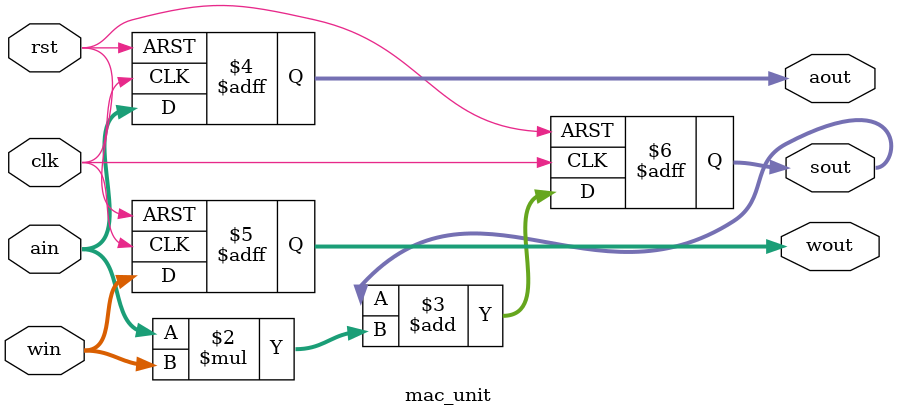
<source format=v>
`timescale 1ns / 1ps


module mac_unit(
    input clk,
    input rst,
    input [7:0] ain,
    input [7:0] win,
    output reg [7:0] aout,
    output reg [7:0] wout,
    output reg [16:0] sout
    );
 

 always @(posedge clk or posedge rst)begin
    if(rst) begin
      aout <= 0;
      wout <= 0;
      sout <= 0;
    end else begin  
      aout <= ain;
      wout <= win;
      sout <= sout + (ain * win);
    end
 end
 
endmodule
</source>
